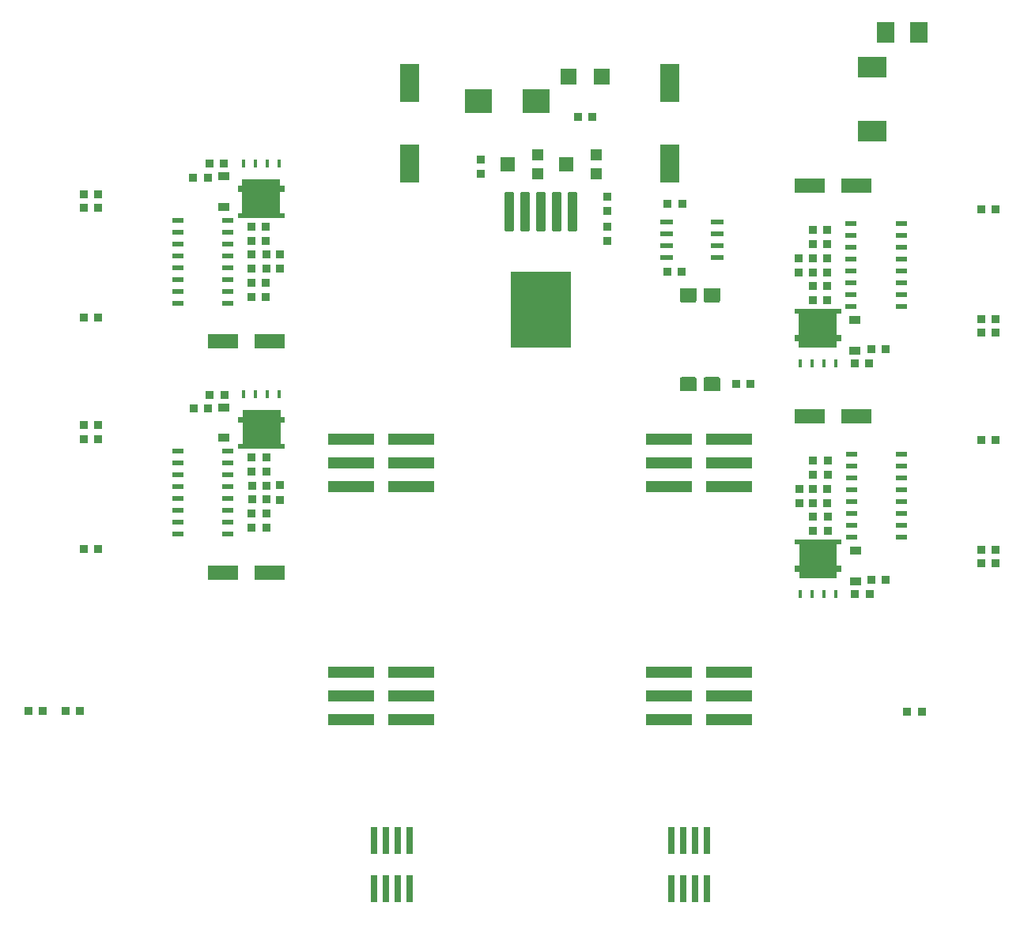
<source format=gbr>
G04*
G04 #@! TF.GenerationSoftware,Altium Limited,Altium Designer,25.4.2 (15)*
G04*
G04 Layer_Color=8421504*
%FSLAX44Y44*%
%MOMM*%
G71*
G04*
G04 #@! TF.SameCoordinates,CE8B7503-BC5D-454C-BBEA-07EE3AA0370F*
G04*
G04*
G04 #@! TF.FilePolarity,Positive*
G04*
G01*
G75*
%ADD20R,0.8500X0.9000*%
%ADD21R,2.9500X2.6000*%
%ADD22R,0.8000X3.0000*%
%ADD23R,5.0000X1.2500*%
%ADD24R,1.4605X0.5588*%
%ADD25R,3.1200X2.2900*%
%ADD26R,1.9500X2.2500*%
%ADD27R,0.9000X0.8500*%
%ADD28R,0.9500X0.9000*%
%ADD29R,0.9000X0.9500*%
%ADD30R,3.2000X1.6000*%
%ADD31R,1.2500X0.5500*%
%ADD32R,0.4100X0.8200*%
%ADD33C,3.6549*%
%ADD34R,1.2200X0.9100*%
%ADD35R,2.0000X4.1000*%
G04:AMPARAMS|DCode=36|XSize=6.4mm|YSize=8.2mm|CornerRadius=0.064mm|HoleSize=0mm|Usage=FLASHONLY|Rotation=0.000|XOffset=0mm|YOffset=0mm|HoleType=Round|Shape=RoundedRectangle|*
%AMROUNDEDRECTD36*
21,1,6.4000,8.0720,0,0,0.0*
21,1,6.2720,8.2000,0,0,0.0*
1,1,0.1280,3.1360,-4.0360*
1,1,0.1280,-3.1360,-4.0360*
1,1,0.1280,-3.1360,4.0360*
1,1,0.1280,3.1360,4.0360*
%
%ADD36ROUNDEDRECTD36*%
G04:AMPARAMS|DCode=37|XSize=1mm|YSize=4.15mm|CornerRadius=0.05mm|HoleSize=0mm|Usage=FLASHONLY|Rotation=0.000|XOffset=0mm|YOffset=0mm|HoleType=Round|Shape=RoundedRectangle|*
%AMROUNDEDRECTD37*
21,1,1.0000,4.0500,0,0,0.0*
21,1,0.9000,4.1500,0,0,0.0*
1,1,0.1000,0.4500,-2.0250*
1,1,0.1000,-0.4500,-2.0250*
1,1,0.1000,-0.4500,2.0250*
1,1,0.1000,0.4500,2.0250*
%
%ADD37ROUNDEDRECTD37*%
%ADD38R,1.2000X1.2000*%
%ADD39R,1.5000X1.6000*%
%ADD40R,1.7000X1.6800*%
%ADD41C,1.3680*%
G36*
X822055Y1059248D02*
X826750D01*
Y1053148D01*
X822055D01*
Y1030048D01*
X826750D01*
Y1024948D01*
X776750D01*
Y1030048D01*
X781445D01*
Y1053148D01*
X776750D01*
Y1059248D01*
X781445D01*
Y1066348D01*
X822055D01*
Y1059248D01*
D02*
G37*
G36*
X821805Y1306748D02*
X826500D01*
Y1300648D01*
X821805D01*
Y1277548D01*
X826500D01*
Y1272448D01*
X776500D01*
Y1277548D01*
X781195D01*
Y1300648D01*
X776500D01*
Y1306748D01*
X781195D01*
Y1313848D01*
X821805D01*
Y1306748D01*
D02*
G37*
G36*
X1266616Y1101569D02*
X1267319Y1100866D01*
X1267700Y1099947D01*
Y1099450D01*
Y1086750D01*
X1249900D01*
Y1099450D01*
Y1099947D01*
X1250281Y1100866D01*
X1250984Y1101569D01*
X1251903Y1101950D01*
X1265697D01*
X1266616Y1101569D01*
D02*
G37*
G36*
X1267700Y1184550D02*
Y1184053D01*
X1267319Y1183134D01*
X1266616Y1182431D01*
X1265697Y1182050D01*
X1251903D01*
X1250984Y1182431D01*
X1250281Y1183134D01*
X1249900Y1184053D01*
Y1184550D01*
Y1197250D01*
X1267700D01*
Y1184550D01*
D02*
G37*
G36*
X1422750Y922452D02*
X1418055D01*
Y899352D01*
X1422750D01*
Y893252D01*
X1418055D01*
Y886152D01*
X1377445D01*
Y893252D01*
X1372750D01*
Y899352D01*
X1377445D01*
Y922452D01*
X1372750D01*
Y927552D01*
X1422750D01*
Y922452D01*
D02*
G37*
G36*
X1292016Y1101569D02*
X1292719Y1100866D01*
X1293100Y1099947D01*
Y1099450D01*
Y1086750D01*
X1275300D01*
Y1099450D01*
Y1099947D01*
X1275681Y1100866D01*
X1276384Y1101569D01*
X1277303Y1101950D01*
X1291097D01*
X1292016Y1101569D01*
D02*
G37*
G36*
X1293100Y1184550D02*
Y1184053D01*
X1292719Y1183134D01*
X1292016Y1182431D01*
X1291097Y1182050D01*
X1277303D01*
X1276384Y1182431D01*
X1275681Y1183134D01*
X1275300Y1184053D01*
Y1184550D01*
Y1197250D01*
X1293100D01*
Y1184550D01*
D02*
G37*
G36*
X1422500Y1169702D02*
X1417805D01*
Y1146602D01*
X1422500D01*
Y1140502D01*
X1417805D01*
Y1133402D01*
X1377195D01*
Y1140502D01*
X1372500D01*
Y1146602D01*
X1377195D01*
Y1169702D01*
X1372500D01*
Y1174802D01*
X1422500D01*
Y1169702D01*
D02*
G37*
D20*
X1493250Y743000D02*
D03*
X1508750D02*
D03*
X552250Y744000D02*
D03*
X567750D02*
D03*
X1236250Y1215000D02*
D03*
X1251750D02*
D03*
X1140450Y1380350D02*
D03*
X1155950D02*
D03*
X1236750Y1287500D02*
D03*
X1252250D02*
D03*
X1325750Y1094500D02*
D03*
X1310250D02*
D03*
X611250Y1298000D02*
D03*
X626750D02*
D03*
X746250Y1330500D02*
D03*
X761750D02*
D03*
X807000Y1218000D02*
D03*
X791500D02*
D03*
X807000Y1233000D02*
D03*
X791500D02*
D03*
X806750Y1248000D02*
D03*
X791250D02*
D03*
X806750Y1203000D02*
D03*
X791250D02*
D03*
X806750Y1188000D02*
D03*
X791250D02*
D03*
X806750Y1263000D02*
D03*
X791250D02*
D03*
X1392250Y1184250D02*
D03*
X1407750D02*
D03*
X807000Y1015500D02*
D03*
X791500D02*
D03*
X1392500Y937000D02*
D03*
X1408000D02*
D03*
X1392250Y1259250D02*
D03*
X1407750D02*
D03*
X807000Y940500D02*
D03*
X791500D02*
D03*
X1392500Y1012000D02*
D03*
X1408000D02*
D03*
X1392250Y1244250D02*
D03*
X1407750D02*
D03*
X807000Y955500D02*
D03*
X791500D02*
D03*
X1392500Y997000D02*
D03*
X1408000D02*
D03*
X1392250Y1199250D02*
D03*
X1407750D02*
D03*
X807000Y1000500D02*
D03*
X791500D02*
D03*
X1392500Y952000D02*
D03*
X1408000D02*
D03*
X1392000Y1214250D02*
D03*
X1407500D02*
D03*
X807250Y985500D02*
D03*
X791750D02*
D03*
X1392250Y967000D02*
D03*
X1407750D02*
D03*
X1392000Y1229250D02*
D03*
X1407500D02*
D03*
X807250Y970500D02*
D03*
X791750D02*
D03*
X1392250Y982000D02*
D03*
X1407750D02*
D03*
X1452750Y1116750D02*
D03*
X1437250D02*
D03*
X746500Y1083000D02*
D03*
X762000D02*
D03*
X1453000Y869500D02*
D03*
X1437500D02*
D03*
X1587750Y1149250D02*
D03*
X1572250D02*
D03*
X611500Y1050500D02*
D03*
X627000D02*
D03*
X1588000Y902000D02*
D03*
X1572500D02*
D03*
X611239Y1165413D02*
D03*
X626739D02*
D03*
X626761Y1283087D02*
D03*
X611261D02*
D03*
X1572239Y1164163D02*
D03*
X1587739D02*
D03*
X627011Y1035587D02*
D03*
X611511D02*
D03*
X1572489Y916913D02*
D03*
X1587989D02*
D03*
X1587761Y1281837D02*
D03*
X1572261D02*
D03*
X611489Y917913D02*
D03*
X626989D02*
D03*
X1588011Y1034587D02*
D03*
X1572511D02*
D03*
X607761Y744087D02*
D03*
X592261D02*
D03*
D21*
X1096200Y1397850D02*
D03*
X1034200D02*
D03*
D22*
X922450Y605360D02*
D03*
X935150D02*
D03*
X947850D02*
D03*
X960550D02*
D03*
X922450Y553640D02*
D03*
X935150D02*
D03*
X947850D02*
D03*
X960550D02*
D03*
X1279050Y553140D02*
D03*
X1266350D02*
D03*
X1253650D02*
D03*
X1240950D02*
D03*
X1279050Y604860D02*
D03*
X1266350D02*
D03*
X1253650D02*
D03*
X1240950D02*
D03*
D23*
X1302500Y1035400D02*
D03*
Y984600D02*
D03*
Y1010000D02*
D03*
X1237750Y984600D02*
D03*
Y1010000D02*
D03*
Y1035400D02*
D03*
X1302500Y785400D02*
D03*
Y734600D02*
D03*
Y760000D02*
D03*
X1237750Y734600D02*
D03*
Y760000D02*
D03*
Y785400D02*
D03*
X897500Y734600D02*
D03*
Y785400D02*
D03*
Y760000D02*
D03*
X962250Y785400D02*
D03*
Y760000D02*
D03*
Y734600D02*
D03*
X897500Y984600D02*
D03*
Y1035400D02*
D03*
Y1010000D02*
D03*
X962250Y1035400D02*
D03*
Y1010000D02*
D03*
Y984600D02*
D03*
D24*
X1289722Y1268440D02*
D03*
Y1255740D02*
D03*
Y1243040D02*
D03*
Y1230340D02*
D03*
X1235238D02*
D03*
Y1243040D02*
D03*
Y1255740D02*
D03*
Y1268440D02*
D03*
D25*
X1455500Y1365200D02*
D03*
Y1433800D02*
D03*
D26*
X1470000Y1471000D02*
D03*
X1506000D02*
D03*
D27*
X1036500Y1319750D02*
D03*
Y1335250D02*
D03*
X1172200Y1279600D02*
D03*
Y1295100D02*
D03*
D28*
Y1263100D02*
D03*
Y1247600D02*
D03*
X821750Y1233250D02*
D03*
Y1217750D02*
D03*
X1377250Y1214000D02*
D03*
Y1229500D02*
D03*
X822000Y985750D02*
D03*
Y970250D02*
D03*
X1377500Y966750D02*
D03*
Y982250D02*
D03*
D29*
X728750Y1315500D02*
D03*
X744250D02*
D03*
X1470250Y1131750D02*
D03*
X1454750D02*
D03*
X729000Y1068000D02*
D03*
X744500D02*
D03*
X1470500Y884500D02*
D03*
X1455000D02*
D03*
D30*
X810500Y892500D02*
D03*
X760500D02*
D03*
X1389000Y1060000D02*
D03*
X1439000D02*
D03*
X810250Y1140000D02*
D03*
X760250D02*
D03*
X1388750Y1307250D02*
D03*
X1438750D02*
D03*
D31*
X765996Y1022449D02*
D03*
Y1009749D02*
D03*
Y997049D02*
D03*
Y984349D02*
D03*
Y971649D02*
D03*
Y958949D02*
D03*
Y946249D02*
D03*
Y933549D02*
D03*
X712496D02*
D03*
Y946249D02*
D03*
Y958949D02*
D03*
Y971649D02*
D03*
Y984349D02*
D03*
Y997049D02*
D03*
Y1009749D02*
D03*
Y1022449D02*
D03*
X1433504Y930051D02*
D03*
Y942751D02*
D03*
Y955451D02*
D03*
Y968151D02*
D03*
Y980851D02*
D03*
Y993551D02*
D03*
Y1006251D02*
D03*
Y1018951D02*
D03*
X1487004D02*
D03*
Y1006251D02*
D03*
Y993551D02*
D03*
Y980851D02*
D03*
Y968151D02*
D03*
Y955451D02*
D03*
Y942751D02*
D03*
Y930051D02*
D03*
X712246Y1269949D02*
D03*
Y1181049D02*
D03*
X765746D02*
D03*
Y1269949D02*
D03*
Y1219149D02*
D03*
X712246D02*
D03*
Y1231849D02*
D03*
X765746Y1257249D02*
D03*
X712246D02*
D03*
X765746Y1193749D02*
D03*
X712246D02*
D03*
X765746Y1231849D02*
D03*
Y1244549D02*
D03*
Y1206449D02*
D03*
X712246D02*
D03*
Y1244549D02*
D03*
X1433254Y1177301D02*
D03*
Y1190001D02*
D03*
Y1202701D02*
D03*
Y1215401D02*
D03*
Y1228101D02*
D03*
Y1240801D02*
D03*
Y1253501D02*
D03*
Y1266201D02*
D03*
X1486754D02*
D03*
Y1253501D02*
D03*
Y1240801D02*
D03*
Y1228101D02*
D03*
Y1215401D02*
D03*
Y1202701D02*
D03*
Y1190001D02*
D03*
Y1177301D02*
D03*
D32*
X782700Y1083348D02*
D03*
X795400D02*
D03*
X808100D02*
D03*
X820800D02*
D03*
X1416800Y869152D02*
D03*
X1404100D02*
D03*
X1391400D02*
D03*
X1378700D02*
D03*
X820550Y1330848D02*
D03*
X807850D02*
D03*
X795150D02*
D03*
X782450D02*
D03*
X1416550Y1116402D02*
D03*
X1403850D02*
D03*
X1391150D02*
D03*
X1378450D02*
D03*
D33*
X801750Y1045500D02*
D03*
X1397750Y907000D02*
D03*
X801500Y1293000D02*
D03*
X1397500Y1154250D02*
D03*
D34*
X761750Y1069350D02*
D03*
Y1036650D02*
D03*
X1437750Y883150D02*
D03*
Y915850D02*
D03*
X761500Y1284150D02*
D03*
Y1316850D02*
D03*
X1437500Y1130400D02*
D03*
Y1163100D02*
D03*
D35*
X960200Y1330350D02*
D03*
Y1417350D02*
D03*
X1239200D02*
D03*
Y1330350D02*
D03*
D36*
X1101200Y1174350D02*
D03*
D37*
X1135200Y1278850D02*
D03*
X1118200D02*
D03*
X1084200D02*
D03*
X1067200D02*
D03*
X1101200D02*
D03*
D38*
X1098000Y1340000D02*
D03*
Y1320000D02*
D03*
X1160500Y1340000D02*
D03*
Y1320000D02*
D03*
D39*
X1065500Y1330000D02*
D03*
X1128000D02*
D03*
D40*
X1166100Y1423850D02*
D03*
X1130300D02*
D03*
D41*
X1258800Y1189650D02*
D03*
X1284200D02*
D03*
Y1094350D02*
D03*
X1258800D02*
D03*
M02*

</source>
